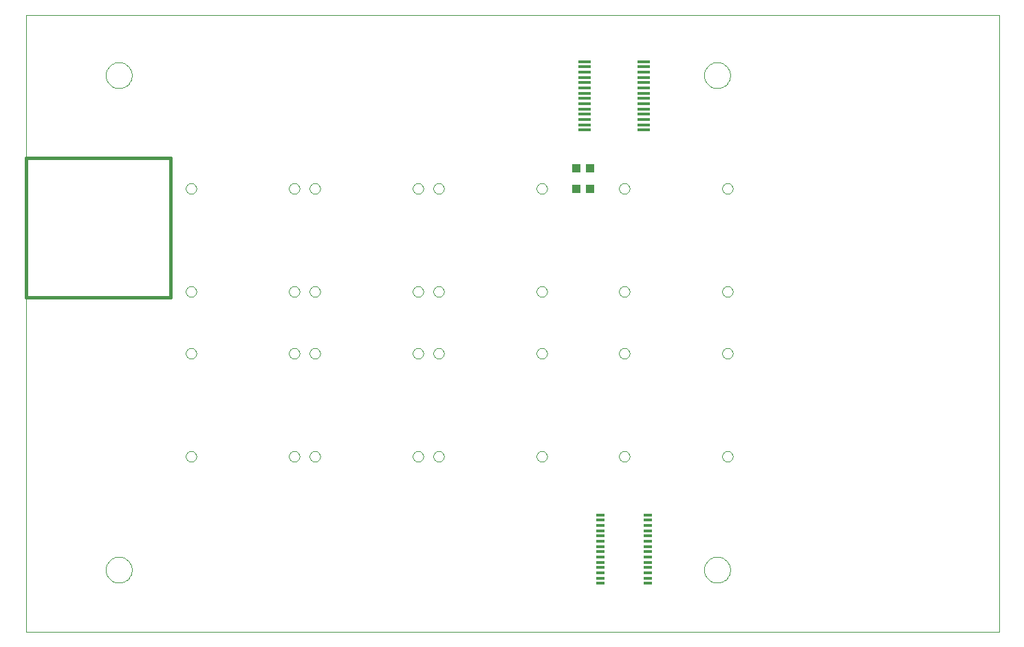
<source format=gbp>
G75*
G70*
%OFA0B0*%
%FSLAX24Y24*%
%IPPOS*%
%LPD*%
%AMOC8*
5,1,8,0,0,1.08239X$1,22.5*
%
%ADD10C,0.0000*%
%ADD11C,0.0160*%
%ADD12R,0.0390X0.0120*%
%ADD13R,0.0591X0.0157*%
%ADD14R,0.0433X0.0394*%
D10*
X000180Y000180D02*
X000180Y016400D01*
X000180Y030101D01*
X047361Y030101D01*
X047361Y000180D01*
X000180Y000180D01*
X004050Y003180D02*
X004052Y003230D01*
X004058Y003280D01*
X004068Y003329D01*
X004082Y003377D01*
X004099Y003424D01*
X004120Y003469D01*
X004145Y003513D01*
X004173Y003554D01*
X004205Y003593D01*
X004239Y003630D01*
X004276Y003664D01*
X004316Y003694D01*
X004358Y003721D01*
X004402Y003745D01*
X004448Y003766D01*
X004495Y003782D01*
X004543Y003795D01*
X004593Y003804D01*
X004642Y003809D01*
X004693Y003810D01*
X004743Y003807D01*
X004792Y003800D01*
X004841Y003789D01*
X004889Y003774D01*
X004935Y003756D01*
X004980Y003734D01*
X005023Y003708D01*
X005064Y003679D01*
X005103Y003647D01*
X005139Y003612D01*
X005171Y003574D01*
X005201Y003534D01*
X005228Y003491D01*
X005251Y003447D01*
X005270Y003401D01*
X005286Y003353D01*
X005298Y003304D01*
X005306Y003255D01*
X005310Y003205D01*
X005310Y003155D01*
X005306Y003105D01*
X005298Y003056D01*
X005286Y003007D01*
X005270Y002959D01*
X005251Y002913D01*
X005228Y002869D01*
X005201Y002826D01*
X005171Y002786D01*
X005139Y002748D01*
X005103Y002713D01*
X005064Y002681D01*
X005023Y002652D01*
X004980Y002626D01*
X004935Y002604D01*
X004889Y002586D01*
X004841Y002571D01*
X004792Y002560D01*
X004743Y002553D01*
X004693Y002550D01*
X004642Y002551D01*
X004593Y002556D01*
X004543Y002565D01*
X004495Y002578D01*
X004448Y002594D01*
X004402Y002615D01*
X004358Y002639D01*
X004316Y002666D01*
X004276Y002696D01*
X004239Y002730D01*
X004205Y002767D01*
X004173Y002806D01*
X004145Y002847D01*
X004120Y002891D01*
X004099Y002936D01*
X004082Y002983D01*
X004068Y003031D01*
X004058Y003080D01*
X004052Y003130D01*
X004050Y003180D01*
X007924Y008680D02*
X007926Y008711D01*
X007932Y008742D01*
X007941Y008772D01*
X007954Y008801D01*
X007971Y008828D01*
X007991Y008852D01*
X008013Y008874D01*
X008039Y008893D01*
X008066Y008909D01*
X008095Y008921D01*
X008125Y008930D01*
X008156Y008935D01*
X008188Y008936D01*
X008219Y008933D01*
X008250Y008926D01*
X008280Y008916D01*
X008308Y008902D01*
X008334Y008884D01*
X008358Y008864D01*
X008379Y008840D01*
X008398Y008815D01*
X008413Y008787D01*
X008424Y008758D01*
X008432Y008727D01*
X008436Y008696D01*
X008436Y008664D01*
X008432Y008633D01*
X008424Y008602D01*
X008413Y008573D01*
X008398Y008545D01*
X008379Y008520D01*
X008358Y008496D01*
X008334Y008476D01*
X008308Y008458D01*
X008280Y008444D01*
X008250Y008434D01*
X008219Y008427D01*
X008188Y008424D01*
X008156Y008425D01*
X008125Y008430D01*
X008095Y008439D01*
X008066Y008451D01*
X008039Y008467D01*
X008013Y008486D01*
X007991Y008508D01*
X007971Y008532D01*
X007954Y008559D01*
X007941Y008588D01*
X007932Y008618D01*
X007926Y008649D01*
X007924Y008680D01*
X012924Y008680D02*
X012926Y008711D01*
X012932Y008742D01*
X012941Y008772D01*
X012954Y008801D01*
X012971Y008828D01*
X012991Y008852D01*
X013013Y008874D01*
X013039Y008893D01*
X013066Y008909D01*
X013095Y008921D01*
X013125Y008930D01*
X013156Y008935D01*
X013188Y008936D01*
X013219Y008933D01*
X013250Y008926D01*
X013280Y008916D01*
X013308Y008902D01*
X013334Y008884D01*
X013358Y008864D01*
X013379Y008840D01*
X013398Y008815D01*
X013413Y008787D01*
X013424Y008758D01*
X013432Y008727D01*
X013436Y008696D01*
X013436Y008664D01*
X013432Y008633D01*
X013424Y008602D01*
X013413Y008573D01*
X013398Y008545D01*
X013379Y008520D01*
X013358Y008496D01*
X013334Y008476D01*
X013308Y008458D01*
X013280Y008444D01*
X013250Y008434D01*
X013219Y008427D01*
X013188Y008424D01*
X013156Y008425D01*
X013125Y008430D01*
X013095Y008439D01*
X013066Y008451D01*
X013039Y008467D01*
X013013Y008486D01*
X012991Y008508D01*
X012971Y008532D01*
X012954Y008559D01*
X012941Y008588D01*
X012932Y008618D01*
X012926Y008649D01*
X012924Y008680D01*
X013924Y008680D02*
X013926Y008711D01*
X013932Y008742D01*
X013941Y008772D01*
X013954Y008801D01*
X013971Y008828D01*
X013991Y008852D01*
X014013Y008874D01*
X014039Y008893D01*
X014066Y008909D01*
X014095Y008921D01*
X014125Y008930D01*
X014156Y008935D01*
X014188Y008936D01*
X014219Y008933D01*
X014250Y008926D01*
X014280Y008916D01*
X014308Y008902D01*
X014334Y008884D01*
X014358Y008864D01*
X014379Y008840D01*
X014398Y008815D01*
X014413Y008787D01*
X014424Y008758D01*
X014432Y008727D01*
X014436Y008696D01*
X014436Y008664D01*
X014432Y008633D01*
X014424Y008602D01*
X014413Y008573D01*
X014398Y008545D01*
X014379Y008520D01*
X014358Y008496D01*
X014334Y008476D01*
X014308Y008458D01*
X014280Y008444D01*
X014250Y008434D01*
X014219Y008427D01*
X014188Y008424D01*
X014156Y008425D01*
X014125Y008430D01*
X014095Y008439D01*
X014066Y008451D01*
X014039Y008467D01*
X014013Y008486D01*
X013991Y008508D01*
X013971Y008532D01*
X013954Y008559D01*
X013941Y008588D01*
X013932Y008618D01*
X013926Y008649D01*
X013924Y008680D01*
X018924Y008680D02*
X018926Y008711D01*
X018932Y008742D01*
X018941Y008772D01*
X018954Y008801D01*
X018971Y008828D01*
X018991Y008852D01*
X019013Y008874D01*
X019039Y008893D01*
X019066Y008909D01*
X019095Y008921D01*
X019125Y008930D01*
X019156Y008935D01*
X019188Y008936D01*
X019219Y008933D01*
X019250Y008926D01*
X019280Y008916D01*
X019308Y008902D01*
X019334Y008884D01*
X019358Y008864D01*
X019379Y008840D01*
X019398Y008815D01*
X019413Y008787D01*
X019424Y008758D01*
X019432Y008727D01*
X019436Y008696D01*
X019436Y008664D01*
X019432Y008633D01*
X019424Y008602D01*
X019413Y008573D01*
X019398Y008545D01*
X019379Y008520D01*
X019358Y008496D01*
X019334Y008476D01*
X019308Y008458D01*
X019280Y008444D01*
X019250Y008434D01*
X019219Y008427D01*
X019188Y008424D01*
X019156Y008425D01*
X019125Y008430D01*
X019095Y008439D01*
X019066Y008451D01*
X019039Y008467D01*
X019013Y008486D01*
X018991Y008508D01*
X018971Y008532D01*
X018954Y008559D01*
X018941Y008588D01*
X018932Y008618D01*
X018926Y008649D01*
X018924Y008680D01*
X019924Y008680D02*
X019926Y008711D01*
X019932Y008742D01*
X019941Y008772D01*
X019954Y008801D01*
X019971Y008828D01*
X019991Y008852D01*
X020013Y008874D01*
X020039Y008893D01*
X020066Y008909D01*
X020095Y008921D01*
X020125Y008930D01*
X020156Y008935D01*
X020188Y008936D01*
X020219Y008933D01*
X020250Y008926D01*
X020280Y008916D01*
X020308Y008902D01*
X020334Y008884D01*
X020358Y008864D01*
X020379Y008840D01*
X020398Y008815D01*
X020413Y008787D01*
X020424Y008758D01*
X020432Y008727D01*
X020436Y008696D01*
X020436Y008664D01*
X020432Y008633D01*
X020424Y008602D01*
X020413Y008573D01*
X020398Y008545D01*
X020379Y008520D01*
X020358Y008496D01*
X020334Y008476D01*
X020308Y008458D01*
X020280Y008444D01*
X020250Y008434D01*
X020219Y008427D01*
X020188Y008424D01*
X020156Y008425D01*
X020125Y008430D01*
X020095Y008439D01*
X020066Y008451D01*
X020039Y008467D01*
X020013Y008486D01*
X019991Y008508D01*
X019971Y008532D01*
X019954Y008559D01*
X019941Y008588D01*
X019932Y008618D01*
X019926Y008649D01*
X019924Y008680D01*
X024924Y008680D02*
X024926Y008711D01*
X024932Y008742D01*
X024941Y008772D01*
X024954Y008801D01*
X024971Y008828D01*
X024991Y008852D01*
X025013Y008874D01*
X025039Y008893D01*
X025066Y008909D01*
X025095Y008921D01*
X025125Y008930D01*
X025156Y008935D01*
X025188Y008936D01*
X025219Y008933D01*
X025250Y008926D01*
X025280Y008916D01*
X025308Y008902D01*
X025334Y008884D01*
X025358Y008864D01*
X025379Y008840D01*
X025398Y008815D01*
X025413Y008787D01*
X025424Y008758D01*
X025432Y008727D01*
X025436Y008696D01*
X025436Y008664D01*
X025432Y008633D01*
X025424Y008602D01*
X025413Y008573D01*
X025398Y008545D01*
X025379Y008520D01*
X025358Y008496D01*
X025334Y008476D01*
X025308Y008458D01*
X025280Y008444D01*
X025250Y008434D01*
X025219Y008427D01*
X025188Y008424D01*
X025156Y008425D01*
X025125Y008430D01*
X025095Y008439D01*
X025066Y008451D01*
X025039Y008467D01*
X025013Y008486D01*
X024991Y008508D01*
X024971Y008532D01*
X024954Y008559D01*
X024941Y008588D01*
X024932Y008618D01*
X024926Y008649D01*
X024924Y008680D01*
X028924Y008680D02*
X028926Y008711D01*
X028932Y008742D01*
X028941Y008772D01*
X028954Y008801D01*
X028971Y008828D01*
X028991Y008852D01*
X029013Y008874D01*
X029039Y008893D01*
X029066Y008909D01*
X029095Y008921D01*
X029125Y008930D01*
X029156Y008935D01*
X029188Y008936D01*
X029219Y008933D01*
X029250Y008926D01*
X029280Y008916D01*
X029308Y008902D01*
X029334Y008884D01*
X029358Y008864D01*
X029379Y008840D01*
X029398Y008815D01*
X029413Y008787D01*
X029424Y008758D01*
X029432Y008727D01*
X029436Y008696D01*
X029436Y008664D01*
X029432Y008633D01*
X029424Y008602D01*
X029413Y008573D01*
X029398Y008545D01*
X029379Y008520D01*
X029358Y008496D01*
X029334Y008476D01*
X029308Y008458D01*
X029280Y008444D01*
X029250Y008434D01*
X029219Y008427D01*
X029188Y008424D01*
X029156Y008425D01*
X029125Y008430D01*
X029095Y008439D01*
X029066Y008451D01*
X029039Y008467D01*
X029013Y008486D01*
X028991Y008508D01*
X028971Y008532D01*
X028954Y008559D01*
X028941Y008588D01*
X028932Y008618D01*
X028926Y008649D01*
X028924Y008680D01*
X033924Y008680D02*
X033926Y008711D01*
X033932Y008742D01*
X033941Y008772D01*
X033954Y008801D01*
X033971Y008828D01*
X033991Y008852D01*
X034013Y008874D01*
X034039Y008893D01*
X034066Y008909D01*
X034095Y008921D01*
X034125Y008930D01*
X034156Y008935D01*
X034188Y008936D01*
X034219Y008933D01*
X034250Y008926D01*
X034280Y008916D01*
X034308Y008902D01*
X034334Y008884D01*
X034358Y008864D01*
X034379Y008840D01*
X034398Y008815D01*
X034413Y008787D01*
X034424Y008758D01*
X034432Y008727D01*
X034436Y008696D01*
X034436Y008664D01*
X034432Y008633D01*
X034424Y008602D01*
X034413Y008573D01*
X034398Y008545D01*
X034379Y008520D01*
X034358Y008496D01*
X034334Y008476D01*
X034308Y008458D01*
X034280Y008444D01*
X034250Y008434D01*
X034219Y008427D01*
X034188Y008424D01*
X034156Y008425D01*
X034125Y008430D01*
X034095Y008439D01*
X034066Y008451D01*
X034039Y008467D01*
X034013Y008486D01*
X033991Y008508D01*
X033971Y008532D01*
X033954Y008559D01*
X033941Y008588D01*
X033932Y008618D01*
X033926Y008649D01*
X033924Y008680D01*
X033924Y013680D02*
X033926Y013711D01*
X033932Y013742D01*
X033941Y013772D01*
X033954Y013801D01*
X033971Y013828D01*
X033991Y013852D01*
X034013Y013874D01*
X034039Y013893D01*
X034066Y013909D01*
X034095Y013921D01*
X034125Y013930D01*
X034156Y013935D01*
X034188Y013936D01*
X034219Y013933D01*
X034250Y013926D01*
X034280Y013916D01*
X034308Y013902D01*
X034334Y013884D01*
X034358Y013864D01*
X034379Y013840D01*
X034398Y013815D01*
X034413Y013787D01*
X034424Y013758D01*
X034432Y013727D01*
X034436Y013696D01*
X034436Y013664D01*
X034432Y013633D01*
X034424Y013602D01*
X034413Y013573D01*
X034398Y013545D01*
X034379Y013520D01*
X034358Y013496D01*
X034334Y013476D01*
X034308Y013458D01*
X034280Y013444D01*
X034250Y013434D01*
X034219Y013427D01*
X034188Y013424D01*
X034156Y013425D01*
X034125Y013430D01*
X034095Y013439D01*
X034066Y013451D01*
X034039Y013467D01*
X034013Y013486D01*
X033991Y013508D01*
X033971Y013532D01*
X033954Y013559D01*
X033941Y013588D01*
X033932Y013618D01*
X033926Y013649D01*
X033924Y013680D01*
X033924Y016680D02*
X033926Y016711D01*
X033932Y016742D01*
X033941Y016772D01*
X033954Y016801D01*
X033971Y016828D01*
X033991Y016852D01*
X034013Y016874D01*
X034039Y016893D01*
X034066Y016909D01*
X034095Y016921D01*
X034125Y016930D01*
X034156Y016935D01*
X034188Y016936D01*
X034219Y016933D01*
X034250Y016926D01*
X034280Y016916D01*
X034308Y016902D01*
X034334Y016884D01*
X034358Y016864D01*
X034379Y016840D01*
X034398Y016815D01*
X034413Y016787D01*
X034424Y016758D01*
X034432Y016727D01*
X034436Y016696D01*
X034436Y016664D01*
X034432Y016633D01*
X034424Y016602D01*
X034413Y016573D01*
X034398Y016545D01*
X034379Y016520D01*
X034358Y016496D01*
X034334Y016476D01*
X034308Y016458D01*
X034280Y016444D01*
X034250Y016434D01*
X034219Y016427D01*
X034188Y016424D01*
X034156Y016425D01*
X034125Y016430D01*
X034095Y016439D01*
X034066Y016451D01*
X034039Y016467D01*
X034013Y016486D01*
X033991Y016508D01*
X033971Y016532D01*
X033954Y016559D01*
X033941Y016588D01*
X033932Y016618D01*
X033926Y016649D01*
X033924Y016680D01*
X028924Y016680D02*
X028926Y016711D01*
X028932Y016742D01*
X028941Y016772D01*
X028954Y016801D01*
X028971Y016828D01*
X028991Y016852D01*
X029013Y016874D01*
X029039Y016893D01*
X029066Y016909D01*
X029095Y016921D01*
X029125Y016930D01*
X029156Y016935D01*
X029188Y016936D01*
X029219Y016933D01*
X029250Y016926D01*
X029280Y016916D01*
X029308Y016902D01*
X029334Y016884D01*
X029358Y016864D01*
X029379Y016840D01*
X029398Y016815D01*
X029413Y016787D01*
X029424Y016758D01*
X029432Y016727D01*
X029436Y016696D01*
X029436Y016664D01*
X029432Y016633D01*
X029424Y016602D01*
X029413Y016573D01*
X029398Y016545D01*
X029379Y016520D01*
X029358Y016496D01*
X029334Y016476D01*
X029308Y016458D01*
X029280Y016444D01*
X029250Y016434D01*
X029219Y016427D01*
X029188Y016424D01*
X029156Y016425D01*
X029125Y016430D01*
X029095Y016439D01*
X029066Y016451D01*
X029039Y016467D01*
X029013Y016486D01*
X028991Y016508D01*
X028971Y016532D01*
X028954Y016559D01*
X028941Y016588D01*
X028932Y016618D01*
X028926Y016649D01*
X028924Y016680D01*
X024924Y016680D02*
X024926Y016711D01*
X024932Y016742D01*
X024941Y016772D01*
X024954Y016801D01*
X024971Y016828D01*
X024991Y016852D01*
X025013Y016874D01*
X025039Y016893D01*
X025066Y016909D01*
X025095Y016921D01*
X025125Y016930D01*
X025156Y016935D01*
X025188Y016936D01*
X025219Y016933D01*
X025250Y016926D01*
X025280Y016916D01*
X025308Y016902D01*
X025334Y016884D01*
X025358Y016864D01*
X025379Y016840D01*
X025398Y016815D01*
X025413Y016787D01*
X025424Y016758D01*
X025432Y016727D01*
X025436Y016696D01*
X025436Y016664D01*
X025432Y016633D01*
X025424Y016602D01*
X025413Y016573D01*
X025398Y016545D01*
X025379Y016520D01*
X025358Y016496D01*
X025334Y016476D01*
X025308Y016458D01*
X025280Y016444D01*
X025250Y016434D01*
X025219Y016427D01*
X025188Y016424D01*
X025156Y016425D01*
X025125Y016430D01*
X025095Y016439D01*
X025066Y016451D01*
X025039Y016467D01*
X025013Y016486D01*
X024991Y016508D01*
X024971Y016532D01*
X024954Y016559D01*
X024941Y016588D01*
X024932Y016618D01*
X024926Y016649D01*
X024924Y016680D01*
X024924Y013680D02*
X024926Y013711D01*
X024932Y013742D01*
X024941Y013772D01*
X024954Y013801D01*
X024971Y013828D01*
X024991Y013852D01*
X025013Y013874D01*
X025039Y013893D01*
X025066Y013909D01*
X025095Y013921D01*
X025125Y013930D01*
X025156Y013935D01*
X025188Y013936D01*
X025219Y013933D01*
X025250Y013926D01*
X025280Y013916D01*
X025308Y013902D01*
X025334Y013884D01*
X025358Y013864D01*
X025379Y013840D01*
X025398Y013815D01*
X025413Y013787D01*
X025424Y013758D01*
X025432Y013727D01*
X025436Y013696D01*
X025436Y013664D01*
X025432Y013633D01*
X025424Y013602D01*
X025413Y013573D01*
X025398Y013545D01*
X025379Y013520D01*
X025358Y013496D01*
X025334Y013476D01*
X025308Y013458D01*
X025280Y013444D01*
X025250Y013434D01*
X025219Y013427D01*
X025188Y013424D01*
X025156Y013425D01*
X025125Y013430D01*
X025095Y013439D01*
X025066Y013451D01*
X025039Y013467D01*
X025013Y013486D01*
X024991Y013508D01*
X024971Y013532D01*
X024954Y013559D01*
X024941Y013588D01*
X024932Y013618D01*
X024926Y013649D01*
X024924Y013680D01*
X028924Y013680D02*
X028926Y013711D01*
X028932Y013742D01*
X028941Y013772D01*
X028954Y013801D01*
X028971Y013828D01*
X028991Y013852D01*
X029013Y013874D01*
X029039Y013893D01*
X029066Y013909D01*
X029095Y013921D01*
X029125Y013930D01*
X029156Y013935D01*
X029188Y013936D01*
X029219Y013933D01*
X029250Y013926D01*
X029280Y013916D01*
X029308Y013902D01*
X029334Y013884D01*
X029358Y013864D01*
X029379Y013840D01*
X029398Y013815D01*
X029413Y013787D01*
X029424Y013758D01*
X029432Y013727D01*
X029436Y013696D01*
X029436Y013664D01*
X029432Y013633D01*
X029424Y013602D01*
X029413Y013573D01*
X029398Y013545D01*
X029379Y013520D01*
X029358Y013496D01*
X029334Y013476D01*
X029308Y013458D01*
X029280Y013444D01*
X029250Y013434D01*
X029219Y013427D01*
X029188Y013424D01*
X029156Y013425D01*
X029125Y013430D01*
X029095Y013439D01*
X029066Y013451D01*
X029039Y013467D01*
X029013Y013486D01*
X028991Y013508D01*
X028971Y013532D01*
X028954Y013559D01*
X028941Y013588D01*
X028932Y013618D01*
X028926Y013649D01*
X028924Y013680D01*
X019924Y013680D02*
X019926Y013711D01*
X019932Y013742D01*
X019941Y013772D01*
X019954Y013801D01*
X019971Y013828D01*
X019991Y013852D01*
X020013Y013874D01*
X020039Y013893D01*
X020066Y013909D01*
X020095Y013921D01*
X020125Y013930D01*
X020156Y013935D01*
X020188Y013936D01*
X020219Y013933D01*
X020250Y013926D01*
X020280Y013916D01*
X020308Y013902D01*
X020334Y013884D01*
X020358Y013864D01*
X020379Y013840D01*
X020398Y013815D01*
X020413Y013787D01*
X020424Y013758D01*
X020432Y013727D01*
X020436Y013696D01*
X020436Y013664D01*
X020432Y013633D01*
X020424Y013602D01*
X020413Y013573D01*
X020398Y013545D01*
X020379Y013520D01*
X020358Y013496D01*
X020334Y013476D01*
X020308Y013458D01*
X020280Y013444D01*
X020250Y013434D01*
X020219Y013427D01*
X020188Y013424D01*
X020156Y013425D01*
X020125Y013430D01*
X020095Y013439D01*
X020066Y013451D01*
X020039Y013467D01*
X020013Y013486D01*
X019991Y013508D01*
X019971Y013532D01*
X019954Y013559D01*
X019941Y013588D01*
X019932Y013618D01*
X019926Y013649D01*
X019924Y013680D01*
X018924Y013680D02*
X018926Y013711D01*
X018932Y013742D01*
X018941Y013772D01*
X018954Y013801D01*
X018971Y013828D01*
X018991Y013852D01*
X019013Y013874D01*
X019039Y013893D01*
X019066Y013909D01*
X019095Y013921D01*
X019125Y013930D01*
X019156Y013935D01*
X019188Y013936D01*
X019219Y013933D01*
X019250Y013926D01*
X019280Y013916D01*
X019308Y013902D01*
X019334Y013884D01*
X019358Y013864D01*
X019379Y013840D01*
X019398Y013815D01*
X019413Y013787D01*
X019424Y013758D01*
X019432Y013727D01*
X019436Y013696D01*
X019436Y013664D01*
X019432Y013633D01*
X019424Y013602D01*
X019413Y013573D01*
X019398Y013545D01*
X019379Y013520D01*
X019358Y013496D01*
X019334Y013476D01*
X019308Y013458D01*
X019280Y013444D01*
X019250Y013434D01*
X019219Y013427D01*
X019188Y013424D01*
X019156Y013425D01*
X019125Y013430D01*
X019095Y013439D01*
X019066Y013451D01*
X019039Y013467D01*
X019013Y013486D01*
X018991Y013508D01*
X018971Y013532D01*
X018954Y013559D01*
X018941Y013588D01*
X018932Y013618D01*
X018926Y013649D01*
X018924Y013680D01*
X018924Y016680D02*
X018926Y016711D01*
X018932Y016742D01*
X018941Y016772D01*
X018954Y016801D01*
X018971Y016828D01*
X018991Y016852D01*
X019013Y016874D01*
X019039Y016893D01*
X019066Y016909D01*
X019095Y016921D01*
X019125Y016930D01*
X019156Y016935D01*
X019188Y016936D01*
X019219Y016933D01*
X019250Y016926D01*
X019280Y016916D01*
X019308Y016902D01*
X019334Y016884D01*
X019358Y016864D01*
X019379Y016840D01*
X019398Y016815D01*
X019413Y016787D01*
X019424Y016758D01*
X019432Y016727D01*
X019436Y016696D01*
X019436Y016664D01*
X019432Y016633D01*
X019424Y016602D01*
X019413Y016573D01*
X019398Y016545D01*
X019379Y016520D01*
X019358Y016496D01*
X019334Y016476D01*
X019308Y016458D01*
X019280Y016444D01*
X019250Y016434D01*
X019219Y016427D01*
X019188Y016424D01*
X019156Y016425D01*
X019125Y016430D01*
X019095Y016439D01*
X019066Y016451D01*
X019039Y016467D01*
X019013Y016486D01*
X018991Y016508D01*
X018971Y016532D01*
X018954Y016559D01*
X018941Y016588D01*
X018932Y016618D01*
X018926Y016649D01*
X018924Y016680D01*
X019924Y016680D02*
X019926Y016711D01*
X019932Y016742D01*
X019941Y016772D01*
X019954Y016801D01*
X019971Y016828D01*
X019991Y016852D01*
X020013Y016874D01*
X020039Y016893D01*
X020066Y016909D01*
X020095Y016921D01*
X020125Y016930D01*
X020156Y016935D01*
X020188Y016936D01*
X020219Y016933D01*
X020250Y016926D01*
X020280Y016916D01*
X020308Y016902D01*
X020334Y016884D01*
X020358Y016864D01*
X020379Y016840D01*
X020398Y016815D01*
X020413Y016787D01*
X020424Y016758D01*
X020432Y016727D01*
X020436Y016696D01*
X020436Y016664D01*
X020432Y016633D01*
X020424Y016602D01*
X020413Y016573D01*
X020398Y016545D01*
X020379Y016520D01*
X020358Y016496D01*
X020334Y016476D01*
X020308Y016458D01*
X020280Y016444D01*
X020250Y016434D01*
X020219Y016427D01*
X020188Y016424D01*
X020156Y016425D01*
X020125Y016430D01*
X020095Y016439D01*
X020066Y016451D01*
X020039Y016467D01*
X020013Y016486D01*
X019991Y016508D01*
X019971Y016532D01*
X019954Y016559D01*
X019941Y016588D01*
X019932Y016618D01*
X019926Y016649D01*
X019924Y016680D01*
X013924Y016680D02*
X013926Y016711D01*
X013932Y016742D01*
X013941Y016772D01*
X013954Y016801D01*
X013971Y016828D01*
X013991Y016852D01*
X014013Y016874D01*
X014039Y016893D01*
X014066Y016909D01*
X014095Y016921D01*
X014125Y016930D01*
X014156Y016935D01*
X014188Y016936D01*
X014219Y016933D01*
X014250Y016926D01*
X014280Y016916D01*
X014308Y016902D01*
X014334Y016884D01*
X014358Y016864D01*
X014379Y016840D01*
X014398Y016815D01*
X014413Y016787D01*
X014424Y016758D01*
X014432Y016727D01*
X014436Y016696D01*
X014436Y016664D01*
X014432Y016633D01*
X014424Y016602D01*
X014413Y016573D01*
X014398Y016545D01*
X014379Y016520D01*
X014358Y016496D01*
X014334Y016476D01*
X014308Y016458D01*
X014280Y016444D01*
X014250Y016434D01*
X014219Y016427D01*
X014188Y016424D01*
X014156Y016425D01*
X014125Y016430D01*
X014095Y016439D01*
X014066Y016451D01*
X014039Y016467D01*
X014013Y016486D01*
X013991Y016508D01*
X013971Y016532D01*
X013954Y016559D01*
X013941Y016588D01*
X013932Y016618D01*
X013926Y016649D01*
X013924Y016680D01*
X012924Y016680D02*
X012926Y016711D01*
X012932Y016742D01*
X012941Y016772D01*
X012954Y016801D01*
X012971Y016828D01*
X012991Y016852D01*
X013013Y016874D01*
X013039Y016893D01*
X013066Y016909D01*
X013095Y016921D01*
X013125Y016930D01*
X013156Y016935D01*
X013188Y016936D01*
X013219Y016933D01*
X013250Y016926D01*
X013280Y016916D01*
X013308Y016902D01*
X013334Y016884D01*
X013358Y016864D01*
X013379Y016840D01*
X013398Y016815D01*
X013413Y016787D01*
X013424Y016758D01*
X013432Y016727D01*
X013436Y016696D01*
X013436Y016664D01*
X013432Y016633D01*
X013424Y016602D01*
X013413Y016573D01*
X013398Y016545D01*
X013379Y016520D01*
X013358Y016496D01*
X013334Y016476D01*
X013308Y016458D01*
X013280Y016444D01*
X013250Y016434D01*
X013219Y016427D01*
X013188Y016424D01*
X013156Y016425D01*
X013125Y016430D01*
X013095Y016439D01*
X013066Y016451D01*
X013039Y016467D01*
X013013Y016486D01*
X012991Y016508D01*
X012971Y016532D01*
X012954Y016559D01*
X012941Y016588D01*
X012932Y016618D01*
X012926Y016649D01*
X012924Y016680D01*
X012924Y013680D02*
X012926Y013711D01*
X012932Y013742D01*
X012941Y013772D01*
X012954Y013801D01*
X012971Y013828D01*
X012991Y013852D01*
X013013Y013874D01*
X013039Y013893D01*
X013066Y013909D01*
X013095Y013921D01*
X013125Y013930D01*
X013156Y013935D01*
X013188Y013936D01*
X013219Y013933D01*
X013250Y013926D01*
X013280Y013916D01*
X013308Y013902D01*
X013334Y013884D01*
X013358Y013864D01*
X013379Y013840D01*
X013398Y013815D01*
X013413Y013787D01*
X013424Y013758D01*
X013432Y013727D01*
X013436Y013696D01*
X013436Y013664D01*
X013432Y013633D01*
X013424Y013602D01*
X013413Y013573D01*
X013398Y013545D01*
X013379Y013520D01*
X013358Y013496D01*
X013334Y013476D01*
X013308Y013458D01*
X013280Y013444D01*
X013250Y013434D01*
X013219Y013427D01*
X013188Y013424D01*
X013156Y013425D01*
X013125Y013430D01*
X013095Y013439D01*
X013066Y013451D01*
X013039Y013467D01*
X013013Y013486D01*
X012991Y013508D01*
X012971Y013532D01*
X012954Y013559D01*
X012941Y013588D01*
X012932Y013618D01*
X012926Y013649D01*
X012924Y013680D01*
X013924Y013680D02*
X013926Y013711D01*
X013932Y013742D01*
X013941Y013772D01*
X013954Y013801D01*
X013971Y013828D01*
X013991Y013852D01*
X014013Y013874D01*
X014039Y013893D01*
X014066Y013909D01*
X014095Y013921D01*
X014125Y013930D01*
X014156Y013935D01*
X014188Y013936D01*
X014219Y013933D01*
X014250Y013926D01*
X014280Y013916D01*
X014308Y013902D01*
X014334Y013884D01*
X014358Y013864D01*
X014379Y013840D01*
X014398Y013815D01*
X014413Y013787D01*
X014424Y013758D01*
X014432Y013727D01*
X014436Y013696D01*
X014436Y013664D01*
X014432Y013633D01*
X014424Y013602D01*
X014413Y013573D01*
X014398Y013545D01*
X014379Y013520D01*
X014358Y013496D01*
X014334Y013476D01*
X014308Y013458D01*
X014280Y013444D01*
X014250Y013434D01*
X014219Y013427D01*
X014188Y013424D01*
X014156Y013425D01*
X014125Y013430D01*
X014095Y013439D01*
X014066Y013451D01*
X014039Y013467D01*
X014013Y013486D01*
X013991Y013508D01*
X013971Y013532D01*
X013954Y013559D01*
X013941Y013588D01*
X013932Y013618D01*
X013926Y013649D01*
X013924Y013680D01*
X007924Y013680D02*
X007926Y013711D01*
X007932Y013742D01*
X007941Y013772D01*
X007954Y013801D01*
X007971Y013828D01*
X007991Y013852D01*
X008013Y013874D01*
X008039Y013893D01*
X008066Y013909D01*
X008095Y013921D01*
X008125Y013930D01*
X008156Y013935D01*
X008188Y013936D01*
X008219Y013933D01*
X008250Y013926D01*
X008280Y013916D01*
X008308Y013902D01*
X008334Y013884D01*
X008358Y013864D01*
X008379Y013840D01*
X008398Y013815D01*
X008413Y013787D01*
X008424Y013758D01*
X008432Y013727D01*
X008436Y013696D01*
X008436Y013664D01*
X008432Y013633D01*
X008424Y013602D01*
X008413Y013573D01*
X008398Y013545D01*
X008379Y013520D01*
X008358Y013496D01*
X008334Y013476D01*
X008308Y013458D01*
X008280Y013444D01*
X008250Y013434D01*
X008219Y013427D01*
X008188Y013424D01*
X008156Y013425D01*
X008125Y013430D01*
X008095Y013439D01*
X008066Y013451D01*
X008039Y013467D01*
X008013Y013486D01*
X007991Y013508D01*
X007971Y013532D01*
X007954Y013559D01*
X007941Y013588D01*
X007932Y013618D01*
X007926Y013649D01*
X007924Y013680D01*
X007924Y016680D02*
X007926Y016711D01*
X007932Y016742D01*
X007941Y016772D01*
X007954Y016801D01*
X007971Y016828D01*
X007991Y016852D01*
X008013Y016874D01*
X008039Y016893D01*
X008066Y016909D01*
X008095Y016921D01*
X008125Y016930D01*
X008156Y016935D01*
X008188Y016936D01*
X008219Y016933D01*
X008250Y016926D01*
X008280Y016916D01*
X008308Y016902D01*
X008334Y016884D01*
X008358Y016864D01*
X008379Y016840D01*
X008398Y016815D01*
X008413Y016787D01*
X008424Y016758D01*
X008432Y016727D01*
X008436Y016696D01*
X008436Y016664D01*
X008432Y016633D01*
X008424Y016602D01*
X008413Y016573D01*
X008398Y016545D01*
X008379Y016520D01*
X008358Y016496D01*
X008334Y016476D01*
X008308Y016458D01*
X008280Y016444D01*
X008250Y016434D01*
X008219Y016427D01*
X008188Y016424D01*
X008156Y016425D01*
X008125Y016430D01*
X008095Y016439D01*
X008066Y016451D01*
X008039Y016467D01*
X008013Y016486D01*
X007991Y016508D01*
X007971Y016532D01*
X007954Y016559D01*
X007941Y016588D01*
X007932Y016618D01*
X007926Y016649D01*
X007924Y016680D01*
X007924Y021680D02*
X007926Y021711D01*
X007932Y021742D01*
X007941Y021772D01*
X007954Y021801D01*
X007971Y021828D01*
X007991Y021852D01*
X008013Y021874D01*
X008039Y021893D01*
X008066Y021909D01*
X008095Y021921D01*
X008125Y021930D01*
X008156Y021935D01*
X008188Y021936D01*
X008219Y021933D01*
X008250Y021926D01*
X008280Y021916D01*
X008308Y021902D01*
X008334Y021884D01*
X008358Y021864D01*
X008379Y021840D01*
X008398Y021815D01*
X008413Y021787D01*
X008424Y021758D01*
X008432Y021727D01*
X008436Y021696D01*
X008436Y021664D01*
X008432Y021633D01*
X008424Y021602D01*
X008413Y021573D01*
X008398Y021545D01*
X008379Y021520D01*
X008358Y021496D01*
X008334Y021476D01*
X008308Y021458D01*
X008280Y021444D01*
X008250Y021434D01*
X008219Y021427D01*
X008188Y021424D01*
X008156Y021425D01*
X008125Y021430D01*
X008095Y021439D01*
X008066Y021451D01*
X008039Y021467D01*
X008013Y021486D01*
X007991Y021508D01*
X007971Y021532D01*
X007954Y021559D01*
X007941Y021588D01*
X007932Y021618D01*
X007926Y021649D01*
X007924Y021680D01*
X012924Y021680D02*
X012926Y021711D01*
X012932Y021742D01*
X012941Y021772D01*
X012954Y021801D01*
X012971Y021828D01*
X012991Y021852D01*
X013013Y021874D01*
X013039Y021893D01*
X013066Y021909D01*
X013095Y021921D01*
X013125Y021930D01*
X013156Y021935D01*
X013188Y021936D01*
X013219Y021933D01*
X013250Y021926D01*
X013280Y021916D01*
X013308Y021902D01*
X013334Y021884D01*
X013358Y021864D01*
X013379Y021840D01*
X013398Y021815D01*
X013413Y021787D01*
X013424Y021758D01*
X013432Y021727D01*
X013436Y021696D01*
X013436Y021664D01*
X013432Y021633D01*
X013424Y021602D01*
X013413Y021573D01*
X013398Y021545D01*
X013379Y021520D01*
X013358Y021496D01*
X013334Y021476D01*
X013308Y021458D01*
X013280Y021444D01*
X013250Y021434D01*
X013219Y021427D01*
X013188Y021424D01*
X013156Y021425D01*
X013125Y021430D01*
X013095Y021439D01*
X013066Y021451D01*
X013039Y021467D01*
X013013Y021486D01*
X012991Y021508D01*
X012971Y021532D01*
X012954Y021559D01*
X012941Y021588D01*
X012932Y021618D01*
X012926Y021649D01*
X012924Y021680D01*
X013924Y021680D02*
X013926Y021711D01*
X013932Y021742D01*
X013941Y021772D01*
X013954Y021801D01*
X013971Y021828D01*
X013991Y021852D01*
X014013Y021874D01*
X014039Y021893D01*
X014066Y021909D01*
X014095Y021921D01*
X014125Y021930D01*
X014156Y021935D01*
X014188Y021936D01*
X014219Y021933D01*
X014250Y021926D01*
X014280Y021916D01*
X014308Y021902D01*
X014334Y021884D01*
X014358Y021864D01*
X014379Y021840D01*
X014398Y021815D01*
X014413Y021787D01*
X014424Y021758D01*
X014432Y021727D01*
X014436Y021696D01*
X014436Y021664D01*
X014432Y021633D01*
X014424Y021602D01*
X014413Y021573D01*
X014398Y021545D01*
X014379Y021520D01*
X014358Y021496D01*
X014334Y021476D01*
X014308Y021458D01*
X014280Y021444D01*
X014250Y021434D01*
X014219Y021427D01*
X014188Y021424D01*
X014156Y021425D01*
X014125Y021430D01*
X014095Y021439D01*
X014066Y021451D01*
X014039Y021467D01*
X014013Y021486D01*
X013991Y021508D01*
X013971Y021532D01*
X013954Y021559D01*
X013941Y021588D01*
X013932Y021618D01*
X013926Y021649D01*
X013924Y021680D01*
X018924Y021680D02*
X018926Y021711D01*
X018932Y021742D01*
X018941Y021772D01*
X018954Y021801D01*
X018971Y021828D01*
X018991Y021852D01*
X019013Y021874D01*
X019039Y021893D01*
X019066Y021909D01*
X019095Y021921D01*
X019125Y021930D01*
X019156Y021935D01*
X019188Y021936D01*
X019219Y021933D01*
X019250Y021926D01*
X019280Y021916D01*
X019308Y021902D01*
X019334Y021884D01*
X019358Y021864D01*
X019379Y021840D01*
X019398Y021815D01*
X019413Y021787D01*
X019424Y021758D01*
X019432Y021727D01*
X019436Y021696D01*
X019436Y021664D01*
X019432Y021633D01*
X019424Y021602D01*
X019413Y021573D01*
X019398Y021545D01*
X019379Y021520D01*
X019358Y021496D01*
X019334Y021476D01*
X019308Y021458D01*
X019280Y021444D01*
X019250Y021434D01*
X019219Y021427D01*
X019188Y021424D01*
X019156Y021425D01*
X019125Y021430D01*
X019095Y021439D01*
X019066Y021451D01*
X019039Y021467D01*
X019013Y021486D01*
X018991Y021508D01*
X018971Y021532D01*
X018954Y021559D01*
X018941Y021588D01*
X018932Y021618D01*
X018926Y021649D01*
X018924Y021680D01*
X019924Y021680D02*
X019926Y021711D01*
X019932Y021742D01*
X019941Y021772D01*
X019954Y021801D01*
X019971Y021828D01*
X019991Y021852D01*
X020013Y021874D01*
X020039Y021893D01*
X020066Y021909D01*
X020095Y021921D01*
X020125Y021930D01*
X020156Y021935D01*
X020188Y021936D01*
X020219Y021933D01*
X020250Y021926D01*
X020280Y021916D01*
X020308Y021902D01*
X020334Y021884D01*
X020358Y021864D01*
X020379Y021840D01*
X020398Y021815D01*
X020413Y021787D01*
X020424Y021758D01*
X020432Y021727D01*
X020436Y021696D01*
X020436Y021664D01*
X020432Y021633D01*
X020424Y021602D01*
X020413Y021573D01*
X020398Y021545D01*
X020379Y021520D01*
X020358Y021496D01*
X020334Y021476D01*
X020308Y021458D01*
X020280Y021444D01*
X020250Y021434D01*
X020219Y021427D01*
X020188Y021424D01*
X020156Y021425D01*
X020125Y021430D01*
X020095Y021439D01*
X020066Y021451D01*
X020039Y021467D01*
X020013Y021486D01*
X019991Y021508D01*
X019971Y021532D01*
X019954Y021559D01*
X019941Y021588D01*
X019932Y021618D01*
X019926Y021649D01*
X019924Y021680D01*
X024924Y021680D02*
X024926Y021711D01*
X024932Y021742D01*
X024941Y021772D01*
X024954Y021801D01*
X024971Y021828D01*
X024991Y021852D01*
X025013Y021874D01*
X025039Y021893D01*
X025066Y021909D01*
X025095Y021921D01*
X025125Y021930D01*
X025156Y021935D01*
X025188Y021936D01*
X025219Y021933D01*
X025250Y021926D01*
X025280Y021916D01*
X025308Y021902D01*
X025334Y021884D01*
X025358Y021864D01*
X025379Y021840D01*
X025398Y021815D01*
X025413Y021787D01*
X025424Y021758D01*
X025432Y021727D01*
X025436Y021696D01*
X025436Y021664D01*
X025432Y021633D01*
X025424Y021602D01*
X025413Y021573D01*
X025398Y021545D01*
X025379Y021520D01*
X025358Y021496D01*
X025334Y021476D01*
X025308Y021458D01*
X025280Y021444D01*
X025250Y021434D01*
X025219Y021427D01*
X025188Y021424D01*
X025156Y021425D01*
X025125Y021430D01*
X025095Y021439D01*
X025066Y021451D01*
X025039Y021467D01*
X025013Y021486D01*
X024991Y021508D01*
X024971Y021532D01*
X024954Y021559D01*
X024941Y021588D01*
X024932Y021618D01*
X024926Y021649D01*
X024924Y021680D01*
X028924Y021680D02*
X028926Y021711D01*
X028932Y021742D01*
X028941Y021772D01*
X028954Y021801D01*
X028971Y021828D01*
X028991Y021852D01*
X029013Y021874D01*
X029039Y021893D01*
X029066Y021909D01*
X029095Y021921D01*
X029125Y021930D01*
X029156Y021935D01*
X029188Y021936D01*
X029219Y021933D01*
X029250Y021926D01*
X029280Y021916D01*
X029308Y021902D01*
X029334Y021884D01*
X029358Y021864D01*
X029379Y021840D01*
X029398Y021815D01*
X029413Y021787D01*
X029424Y021758D01*
X029432Y021727D01*
X029436Y021696D01*
X029436Y021664D01*
X029432Y021633D01*
X029424Y021602D01*
X029413Y021573D01*
X029398Y021545D01*
X029379Y021520D01*
X029358Y021496D01*
X029334Y021476D01*
X029308Y021458D01*
X029280Y021444D01*
X029250Y021434D01*
X029219Y021427D01*
X029188Y021424D01*
X029156Y021425D01*
X029125Y021430D01*
X029095Y021439D01*
X029066Y021451D01*
X029039Y021467D01*
X029013Y021486D01*
X028991Y021508D01*
X028971Y021532D01*
X028954Y021559D01*
X028941Y021588D01*
X028932Y021618D01*
X028926Y021649D01*
X028924Y021680D01*
X033924Y021680D02*
X033926Y021711D01*
X033932Y021742D01*
X033941Y021772D01*
X033954Y021801D01*
X033971Y021828D01*
X033991Y021852D01*
X034013Y021874D01*
X034039Y021893D01*
X034066Y021909D01*
X034095Y021921D01*
X034125Y021930D01*
X034156Y021935D01*
X034188Y021936D01*
X034219Y021933D01*
X034250Y021926D01*
X034280Y021916D01*
X034308Y021902D01*
X034334Y021884D01*
X034358Y021864D01*
X034379Y021840D01*
X034398Y021815D01*
X034413Y021787D01*
X034424Y021758D01*
X034432Y021727D01*
X034436Y021696D01*
X034436Y021664D01*
X034432Y021633D01*
X034424Y021602D01*
X034413Y021573D01*
X034398Y021545D01*
X034379Y021520D01*
X034358Y021496D01*
X034334Y021476D01*
X034308Y021458D01*
X034280Y021444D01*
X034250Y021434D01*
X034219Y021427D01*
X034188Y021424D01*
X034156Y021425D01*
X034125Y021430D01*
X034095Y021439D01*
X034066Y021451D01*
X034039Y021467D01*
X034013Y021486D01*
X033991Y021508D01*
X033971Y021532D01*
X033954Y021559D01*
X033941Y021588D01*
X033932Y021618D01*
X033926Y021649D01*
X033924Y021680D01*
X033050Y027180D02*
X033052Y027230D01*
X033058Y027280D01*
X033068Y027329D01*
X033082Y027377D01*
X033099Y027424D01*
X033120Y027469D01*
X033145Y027513D01*
X033173Y027554D01*
X033205Y027593D01*
X033239Y027630D01*
X033276Y027664D01*
X033316Y027694D01*
X033358Y027721D01*
X033402Y027745D01*
X033448Y027766D01*
X033495Y027782D01*
X033543Y027795D01*
X033593Y027804D01*
X033642Y027809D01*
X033693Y027810D01*
X033743Y027807D01*
X033792Y027800D01*
X033841Y027789D01*
X033889Y027774D01*
X033935Y027756D01*
X033980Y027734D01*
X034023Y027708D01*
X034064Y027679D01*
X034103Y027647D01*
X034139Y027612D01*
X034171Y027574D01*
X034201Y027534D01*
X034228Y027491D01*
X034251Y027447D01*
X034270Y027401D01*
X034286Y027353D01*
X034298Y027304D01*
X034306Y027255D01*
X034310Y027205D01*
X034310Y027155D01*
X034306Y027105D01*
X034298Y027056D01*
X034286Y027007D01*
X034270Y026959D01*
X034251Y026913D01*
X034228Y026869D01*
X034201Y026826D01*
X034171Y026786D01*
X034139Y026748D01*
X034103Y026713D01*
X034064Y026681D01*
X034023Y026652D01*
X033980Y026626D01*
X033935Y026604D01*
X033889Y026586D01*
X033841Y026571D01*
X033792Y026560D01*
X033743Y026553D01*
X033693Y026550D01*
X033642Y026551D01*
X033593Y026556D01*
X033543Y026565D01*
X033495Y026578D01*
X033448Y026594D01*
X033402Y026615D01*
X033358Y026639D01*
X033316Y026666D01*
X033276Y026696D01*
X033239Y026730D01*
X033205Y026767D01*
X033173Y026806D01*
X033145Y026847D01*
X033120Y026891D01*
X033099Y026936D01*
X033082Y026983D01*
X033068Y027031D01*
X033058Y027080D01*
X033052Y027130D01*
X033050Y027180D01*
X004050Y027180D02*
X004052Y027230D01*
X004058Y027280D01*
X004068Y027329D01*
X004082Y027377D01*
X004099Y027424D01*
X004120Y027469D01*
X004145Y027513D01*
X004173Y027554D01*
X004205Y027593D01*
X004239Y027630D01*
X004276Y027664D01*
X004316Y027694D01*
X004358Y027721D01*
X004402Y027745D01*
X004448Y027766D01*
X004495Y027782D01*
X004543Y027795D01*
X004593Y027804D01*
X004642Y027809D01*
X004693Y027810D01*
X004743Y027807D01*
X004792Y027800D01*
X004841Y027789D01*
X004889Y027774D01*
X004935Y027756D01*
X004980Y027734D01*
X005023Y027708D01*
X005064Y027679D01*
X005103Y027647D01*
X005139Y027612D01*
X005171Y027574D01*
X005201Y027534D01*
X005228Y027491D01*
X005251Y027447D01*
X005270Y027401D01*
X005286Y027353D01*
X005298Y027304D01*
X005306Y027255D01*
X005310Y027205D01*
X005310Y027155D01*
X005306Y027105D01*
X005298Y027056D01*
X005286Y027007D01*
X005270Y026959D01*
X005251Y026913D01*
X005228Y026869D01*
X005201Y026826D01*
X005171Y026786D01*
X005139Y026748D01*
X005103Y026713D01*
X005064Y026681D01*
X005023Y026652D01*
X004980Y026626D01*
X004935Y026604D01*
X004889Y026586D01*
X004841Y026571D01*
X004792Y026560D01*
X004743Y026553D01*
X004693Y026550D01*
X004642Y026551D01*
X004593Y026556D01*
X004543Y026565D01*
X004495Y026578D01*
X004448Y026594D01*
X004402Y026615D01*
X004358Y026639D01*
X004316Y026666D01*
X004276Y026696D01*
X004239Y026730D01*
X004205Y026767D01*
X004173Y026806D01*
X004145Y026847D01*
X004120Y026891D01*
X004099Y026936D01*
X004082Y026983D01*
X004068Y027031D01*
X004058Y027080D01*
X004052Y027130D01*
X004050Y027180D01*
X033050Y003180D02*
X033052Y003230D01*
X033058Y003280D01*
X033068Y003329D01*
X033082Y003377D01*
X033099Y003424D01*
X033120Y003469D01*
X033145Y003513D01*
X033173Y003554D01*
X033205Y003593D01*
X033239Y003630D01*
X033276Y003664D01*
X033316Y003694D01*
X033358Y003721D01*
X033402Y003745D01*
X033448Y003766D01*
X033495Y003782D01*
X033543Y003795D01*
X033593Y003804D01*
X033642Y003809D01*
X033693Y003810D01*
X033743Y003807D01*
X033792Y003800D01*
X033841Y003789D01*
X033889Y003774D01*
X033935Y003756D01*
X033980Y003734D01*
X034023Y003708D01*
X034064Y003679D01*
X034103Y003647D01*
X034139Y003612D01*
X034171Y003574D01*
X034201Y003534D01*
X034228Y003491D01*
X034251Y003447D01*
X034270Y003401D01*
X034286Y003353D01*
X034298Y003304D01*
X034306Y003255D01*
X034310Y003205D01*
X034310Y003155D01*
X034306Y003105D01*
X034298Y003056D01*
X034286Y003007D01*
X034270Y002959D01*
X034251Y002913D01*
X034228Y002869D01*
X034201Y002826D01*
X034171Y002786D01*
X034139Y002748D01*
X034103Y002713D01*
X034064Y002681D01*
X034023Y002652D01*
X033980Y002626D01*
X033935Y002604D01*
X033889Y002586D01*
X033841Y002571D01*
X033792Y002560D01*
X033743Y002553D01*
X033693Y002550D01*
X033642Y002551D01*
X033593Y002556D01*
X033543Y002565D01*
X033495Y002578D01*
X033448Y002594D01*
X033402Y002615D01*
X033358Y002639D01*
X033316Y002666D01*
X033276Y002696D01*
X033239Y002730D01*
X033205Y002767D01*
X033173Y002806D01*
X033145Y002847D01*
X033120Y002891D01*
X033099Y002936D01*
X033082Y002983D01*
X033068Y003031D01*
X033058Y003080D01*
X033052Y003130D01*
X033050Y003180D01*
D11*
X007200Y016400D02*
X000180Y016400D01*
X000180Y023180D01*
X007200Y023180D01*
X007200Y016400D01*
D12*
X028031Y005843D03*
X028031Y005587D03*
X028031Y005332D03*
X028031Y005076D03*
X028031Y004820D03*
X028031Y004564D03*
X028031Y004308D03*
X028031Y004052D03*
X028031Y003796D03*
X028031Y003540D03*
X028031Y003284D03*
X028031Y003028D03*
X028031Y002773D03*
X028031Y002517D03*
X030329Y002517D03*
X030329Y002773D03*
X030329Y003028D03*
X030329Y003284D03*
X030329Y003540D03*
X030329Y003796D03*
X030329Y004052D03*
X030329Y004308D03*
X030329Y004564D03*
X030329Y004820D03*
X030329Y005076D03*
X030329Y005332D03*
X030329Y005587D03*
X030329Y005843D03*
D13*
X030107Y024517D03*
X030107Y024773D03*
X030107Y025028D03*
X030107Y025284D03*
X030107Y025540D03*
X030107Y025796D03*
X030107Y026052D03*
X030107Y026308D03*
X030107Y026564D03*
X030107Y026820D03*
X030107Y027076D03*
X030107Y027332D03*
X030107Y027587D03*
X030107Y027843D03*
X027253Y027843D03*
X027253Y027587D03*
X027253Y027332D03*
X027253Y027076D03*
X027253Y026820D03*
X027253Y026564D03*
X027253Y026308D03*
X027253Y026052D03*
X027253Y025796D03*
X027253Y025540D03*
X027253Y025284D03*
X027253Y025028D03*
X027253Y024773D03*
X027253Y024517D03*
D14*
X027515Y022680D03*
X026845Y022680D03*
X026845Y021680D03*
X027515Y021680D03*
M02*

</source>
